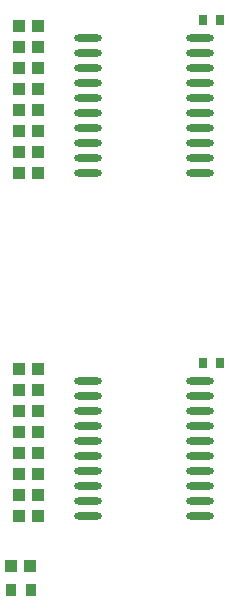
<source format=gtp>
G04 Layer: TopPasteMaskLayer*
G04 Panelize: , Column: 2, Row: 2, Board Size: 58.42mm x 58.42mm, Panelized Board Size: 118.84mm x 118.84mm*
G04 EasyEDA v6.5.34, 2023-09-06 22:34:46*
G04 a2432957869647e6a6caa226728471f4,5a6b42c53f6a479593ecc07194224c93,10*
G04 Gerber Generator version 0.2*
G04 Scale: 100 percent, Rotated: No, Reflected: No *
G04 Dimensions in millimeters *
G04 leading zeros omitted , absolute positions ,4 integer and 5 decimal *
%FSLAX45Y45*%
%MOMM*%

%ADD10O,2.3599902X0.5949949999999999*%
%ADD11R,1.0000X1.1000*%
%ADD12R,0.8999X1.0000*%
%ADD13R,0.8000X0.9000*%

%LPD*%
D10*
G01*
X2181301Y4940300D03*
G01*
X2181301Y4813300D03*
G01*
X2181301Y4686300D03*
G01*
X2181301Y4559300D03*
G01*
X2181301Y4432300D03*
G01*
X2181301Y4305300D03*
G01*
X2181301Y4178300D03*
G01*
X2181301Y4051300D03*
G01*
X2181301Y3924300D03*
G01*
X2181301Y3797300D03*
G01*
X3127298Y4940300D03*
G01*
X3127298Y4813300D03*
G01*
X3127298Y4686300D03*
G01*
X3127298Y4559300D03*
G01*
X3127298Y4432300D03*
G01*
X3127298Y4305300D03*
G01*
X3127298Y4178300D03*
G01*
X3127298Y4051300D03*
G01*
X3127298Y3924300D03*
G01*
X3127298Y3797300D03*
G01*
X2181326Y2032000D03*
G01*
X2181326Y1905000D03*
G01*
X2181326Y1778000D03*
G01*
X2181326Y1651000D03*
G01*
X2181326Y1524000D03*
G01*
X2181326Y1397000D03*
G01*
X2181326Y1270000D03*
G01*
X2181326Y1143000D03*
G01*
X2181326Y1016000D03*
G01*
X2181326Y889000D03*
G01*
X3127324Y2032000D03*
G01*
X3127324Y1905000D03*
G01*
X3127324Y1778000D03*
G01*
X3127324Y1651000D03*
G01*
X3127324Y1524000D03*
G01*
X3127324Y1397000D03*
G01*
X3127324Y1270000D03*
G01*
X3127324Y1143000D03*
G01*
X3127324Y1016000D03*
G01*
X3127324Y889000D03*
D11*
G01*
X1692910Y469900D03*
G01*
X1532915Y469900D03*
D12*
G01*
X1697913Y266700D03*
G01*
X1527911Y266700D03*
D13*
G01*
X3295802Y5092700D03*
G01*
X3155797Y5092700D03*
D11*
G01*
X1756410Y5041900D03*
G01*
X1596415Y5041900D03*
G01*
X1756410Y4864100D03*
G01*
X1596415Y4864100D03*
G01*
X1756410Y4686300D03*
G01*
X1596415Y4686300D03*
G01*
X1756410Y4508500D03*
G01*
X1596415Y4508500D03*
G01*
X1756410Y4330700D03*
G01*
X1596415Y4330700D03*
G01*
X1756410Y4152900D03*
G01*
X1596415Y4152900D03*
G01*
X1756410Y3975100D03*
G01*
X1596415Y3975100D03*
G01*
X1756410Y3797300D03*
G01*
X1596415Y3797300D03*
G01*
X1756435Y889000D03*
G01*
X1596440Y889000D03*
G01*
X1756435Y1066800D03*
G01*
X1596440Y1066800D03*
G01*
X1756435Y1244600D03*
G01*
X1596440Y1244600D03*
G01*
X1756435Y1422400D03*
G01*
X1596440Y1422400D03*
G01*
X1756435Y1600200D03*
G01*
X1596440Y1600200D03*
G01*
X1756435Y1778000D03*
G01*
X1596440Y1778000D03*
G01*
X1756435Y1955800D03*
G01*
X1596440Y1955800D03*
G01*
X1756435Y2133600D03*
G01*
X1596440Y2133600D03*
D13*
G01*
X3295827Y2184400D03*
G01*
X3155822Y2184400D03*
M02*

</source>
